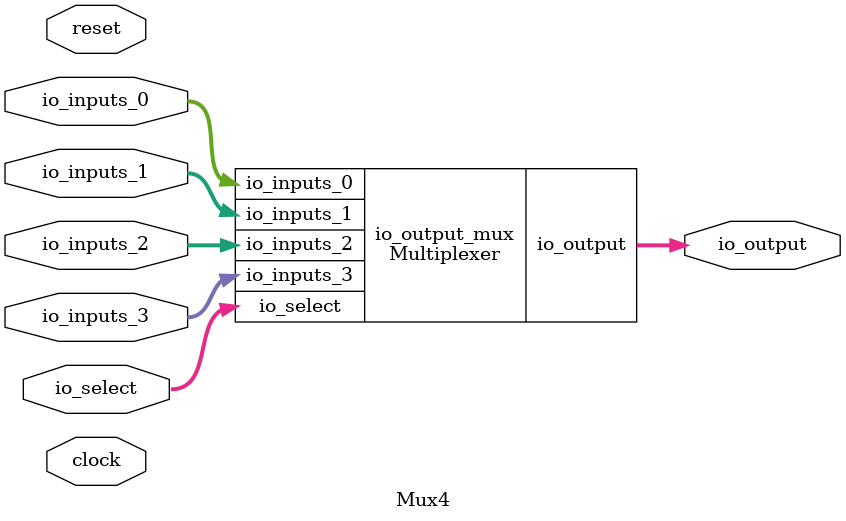
<source format=v>
/* Generated by Yosys 0.48+5 (git sha1 7a362f1f7, clang++ 18.1.8 -fPIC -O3) */

(* src = "generators/generated/verilog_sv2v_clean/Mux4.v:1.1-17.10" *)
module Multiplexer(io_inputs_0, io_inputs_1, io_inputs_2, io_inputs_3, io_select, io_output);
  wire _00_;
  wire _01_;
  wire _02_;
  wire _03_;
  wire _04_;
  wire _05_;
  wire _06_;
  wire _07_;
  wire _08_;
  wire _09_;
  wire _10_;
  wire _11_;
  wire _12_;
  wire _13_;
  wire _14_;
  wire _15_;
  (* src = "generators/generated/verilog_sv2v_clean/Mux4.v:15.14-15.18" *)
  wire [31:0] _GEN;
  (* src = "generators/generated/verilog_sv2v_clean/Mux4.v:9.14-9.25" *)
  input [7:0] io_inputs_0;
  wire [7:0] io_inputs_0;
  (* src = "generators/generated/verilog_sv2v_clean/Mux4.v:10.14-10.25" *)
  input [7:0] io_inputs_1;
  wire [7:0] io_inputs_1;
  (* src = "generators/generated/verilog_sv2v_clean/Mux4.v:11.14-11.25" *)
  input [7:0] io_inputs_2;
  wire [7:0] io_inputs_2;
  (* src = "generators/generated/verilog_sv2v_clean/Mux4.v:12.14-12.25" *)
  input [7:0] io_inputs_3;
  wire [7:0] io_inputs_3;
  (* src = "generators/generated/verilog_sv2v_clean/Mux4.v:14.20-14.29" *)
  output [7:0] io_output;
  wire [7:0] io_output;
  (* src = "generators/generated/verilog_sv2v_clean/Mux4.v:13.14-13.23" *)
  input [1:0] io_select;
  wire [1:0] io_select;
  assign _00_ = io_select[0] ? io_inputs_1[0] : io_inputs_0[0];
  assign _01_ = io_select[0] ? io_inputs_3[0] : io_inputs_2[0];
  assign io_output[0] = io_select[1] ? _01_ : _00_;
  assign _02_ = io_select[0] ? io_inputs_1[1] : io_inputs_0[1];
  assign _03_ = io_select[0] ? io_inputs_3[1] : io_inputs_2[1];
  assign io_output[1] = io_select[1] ? _03_ : _02_;
  assign _04_ = io_select[0] ? io_inputs_1[2] : io_inputs_0[2];
  assign _05_ = io_select[0] ? io_inputs_3[2] : io_inputs_2[2];
  assign io_output[2] = io_select[1] ? _05_ : _04_;
  assign _06_ = io_select[0] ? io_inputs_1[3] : io_inputs_0[3];
  assign _07_ = io_select[0] ? io_inputs_3[3] : io_inputs_2[3];
  assign io_output[3] = io_select[1] ? _07_ : _06_;
  assign _08_ = io_select[0] ? io_inputs_1[4] : io_inputs_0[4];
  assign _09_ = io_select[0] ? io_inputs_3[4] : io_inputs_2[4];
  assign io_output[4] = io_select[1] ? _09_ : _08_;
  assign _10_ = io_select[0] ? io_inputs_1[5] : io_inputs_0[5];
  assign _11_ = io_select[0] ? io_inputs_3[5] : io_inputs_2[5];
  assign io_output[5] = io_select[1] ? _11_ : _10_;
  assign _12_ = io_select[0] ? io_inputs_1[6] : io_inputs_0[6];
  assign _13_ = io_select[0] ? io_inputs_3[6] : io_inputs_2[6];
  assign io_output[6] = io_select[1] ? _13_ : _12_;
  assign _14_ = io_select[0] ? io_inputs_1[7] : io_inputs_0[7];
  assign _15_ = io_select[0] ? io_inputs_3[7] : io_inputs_2[7];
  assign io_output[7] = io_select[1] ? _15_ : _14_;
  assign _GEN = { io_inputs_3, io_inputs_2, io_inputs_1, io_inputs_0 };
endmodule

(* top =  1  *)
(* src = "generators/generated/verilog_sv2v_clean/Mux4.v:18.1-44.10" *)
module Mux4(clock, reset, io_inputs_0, io_inputs_1, io_inputs_2, io_inputs_3, io_select, io_output);
  (* src = "generators/generated/verilog_sv2v_clean/Mux4.v:28.8-28.13" *)
  input clock;
  wire clock;
  (* src = "generators/generated/verilog_sv2v_clean/Mux4.v:30.14-30.25" *)
  input [7:0] io_inputs_0;
  wire [7:0] io_inputs_0;
  (* src = "generators/generated/verilog_sv2v_clean/Mux4.v:31.14-31.25" *)
  input [7:0] io_inputs_1;
  wire [7:0] io_inputs_1;
  (* src = "generators/generated/verilog_sv2v_clean/Mux4.v:32.14-32.25" *)
  input [7:0] io_inputs_2;
  wire [7:0] io_inputs_2;
  (* src = "generators/generated/verilog_sv2v_clean/Mux4.v:33.14-33.25" *)
  input [7:0] io_inputs_3;
  wire [7:0] io_inputs_3;
  (* src = "generators/generated/verilog_sv2v_clean/Mux4.v:35.20-35.29" *)
  output [7:0] io_output;
  wire [7:0] io_output;
  (* src = "generators/generated/verilog_sv2v_clean/Mux4.v:34.14-34.23" *)
  input [1:0] io_select;
  wire [1:0] io_select;
  (* src = "generators/generated/verilog_sv2v_clean/Mux4.v:29.8-29.13" *)
  input reset;
  wire reset;
  (* module_not_derived = 32'd1 *)
  (* src = "generators/generated/verilog_sv2v_clean/Mux4.v:36.14-43.3" *)
  Multiplexer io_output_mux (
    .io_inputs_0(io_inputs_0),
    .io_inputs_1(io_inputs_1),
    .io_inputs_2(io_inputs_2),
    .io_inputs_3(io_inputs_3),
    .io_output(io_output),
    .io_select(io_select)
  );
endmodule

</source>
